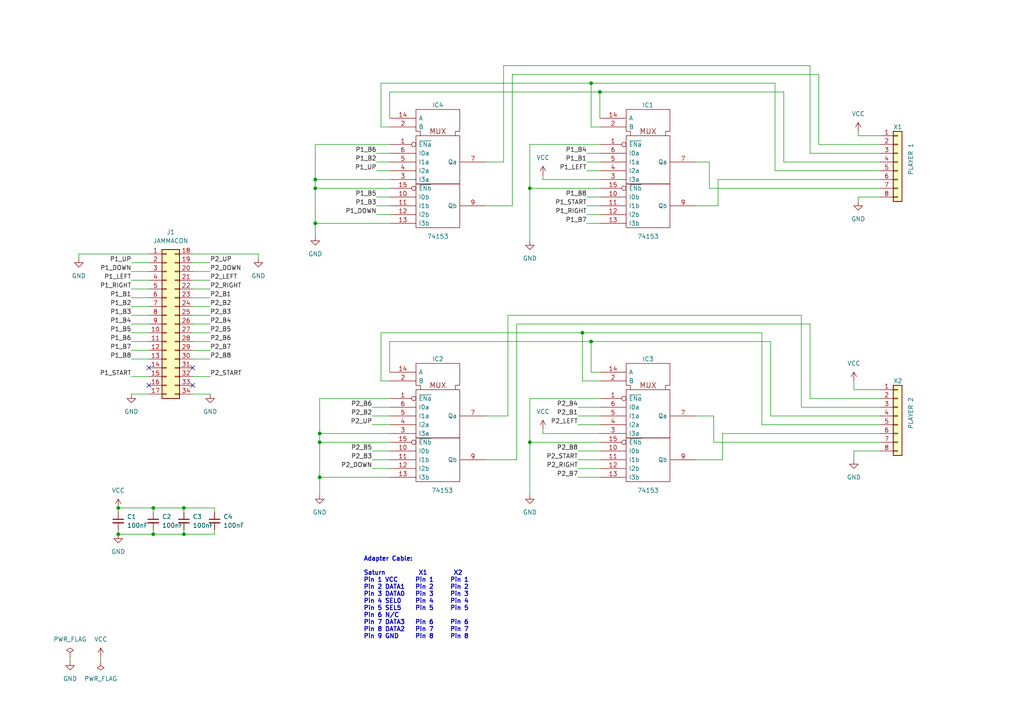
<source format=kicad_sch>
(kicad_sch (version 20211123) (generator eeschema)
  (paper "A4")
  (title_block (title "Jammacon Saturn") (rev "2.2") (company "Shane Kiely"))
  (lib_symbols
    (symbol "74xx_IEEE:74153" (pin_names (offset 0.762))
      (property "Reference" "U" (at 7.62 20.32 0))
      (property "Value" "74153" (at 3.81 -16.51 0))
      (symbol "74153_0_0"
        (rectangle (start -6.35 -2.54) (end 6.35 -15.24))
        (rectangle (start -6.35 11.43) (end 6.35 -2.54))
        (polyline (pts (xy -5.08 11.43) (xy -5.08 12.7) (xy -6.35 12.7) (xy -6.35 19.05) (xy 6.35 19.05) (xy 6.35 12.7) (xy 5.08 12.7) (xy 5.08 11.43) (xy 5.08 11.43)))
        (text "MUX" (at 0 12.7 0) (effects (font (size 1.524 1.524))))
        (pin power_in line (at 5.08 19.05 270) (length 0) hide (name "VCC") (number "16"))
        (pin power_in line (at 0 19.05 270) (length 0) hide (name "GND") (number "8"))
      )
      (symbol "74153_1_1"
        (pin input inverted (at -13.97 8.89 0) (length 7.62) (name "~{ENa}") (number "1"))
        (pin input line (at -13.97 -6.35 0) (length 7.62) (name "I0b") (number "10"))
        (pin input line (at -13.97 -8.89 0) (length 7.62) (name "I1b") (number "11"))
        (pin input line (at -13.97 -11.43 0) (length 7.62) (name "I2b") (number "12"))
        (pin input line (at -13.97 -13.97 0) (length 7.62) (name "I3b") (number "13"))
        (pin input line (at -13.97 16.51 0) (length 7.62) (name "A") (number "14"))
        (pin input inverted (at -13.97 -3.81 0) (length 7.62) (name "~{ENb}") (number "15"))
        (pin input line (at -13.97 13.97 0) (length 7.62) (name "B") (number "2"))
        (pin input line (at -13.97 -1.27 0) (length 7.62) (name "I3a") (number "3"))
        (pin input line (at -13.97 1.27 0) (length 7.62) (name "I2a") (number "4"))
        (pin input line (at -13.97 3.81 0) (length 7.62) (name "I1a") (number "5"))
        (pin input line (at -13.97 6.35 0) (length 7.62) (name "I0a") (number "6"))
        (pin output line (at 13.97 3.81 180) (length 7.62) (name "Qa") (number "7"))
        (pin output line (at 13.97 -8.89 180) (length 7.62) (name "Qb") (number "9"))
      )
    )
    (symbol "Connector_Generic:Conn_01x08" (pin_names (offset 1.016) hide)
      (property "Reference" "J" (at 0 10.16 0))
      (property "Value" "Conn_01x08" (at 0 -12.7 0))
      (symbol "Conn_01x08_1_1"
        (rectangle (start -1.27 -10.033) (end 0 -10.287) (stroke (width 0.1524)))
        (rectangle (start -1.27 -7.493) (end 0 -7.747) (stroke (width 0.1524)))
        (rectangle (start -1.27 -4.953) (end 0 -5.207) (stroke (width 0.1524)))
        (rectangle (start -1.27 -2.413) (end 0 -2.667) (stroke (width 0.1524)))
        (rectangle (start -1.27 0.127) (end 0 -0.127) (stroke (width 0.1524)))
        (rectangle (start -1.27 2.667) (end 0 2.413) (stroke (width 0.1524)))
        (rectangle (start -1.27 5.207) (end 0 4.953) (stroke (width 0.1524)))
        (rectangle (start -1.27 7.747) (end 0 7.493) (stroke (width 0.1524)))
        (rectangle (start -1.27 8.89) (end 1.27 -11.43) (stroke (width 0.254)) (fill (type background)))
        (pin passive line (at -5.08 7.62 0) (length 3.81) (name "Pin_1") (number "1"))
        (pin passive line (at -5.08 5.08 0) (length 3.81) (name "Pin_2") (number "2"))
        (pin passive line (at -5.08 2.54 0) (length 3.81) (name "Pin_3") (number "3"))
        (pin passive line (at -5.08 0 0) (length 3.81) (name "Pin_4") (number "4"))
        (pin passive line (at -5.08 -2.54 0) (length 3.81) (name "Pin_5") (number "5"))
        (pin passive line (at -5.08 -5.08 0) (length 3.81) (name "Pin_6") (number "6"))
        (pin passive line (at -5.08 -7.62 0) (length 3.81) (name "Pin_7") (number "7"))
        (pin passive line (at -5.08 -10.16 0) (length 3.81) (name "Pin_8") (number "8"))
      )
    )
    (symbol "Connector_Generic:Conn_02x17_Top_Bottom" (pin_names (offset 1.016) hide)
      (property "Reference" "J" (at 1.27 22.86 0))
      (property "Value" "Conn_02x17_Top_Bottom" (at 1.27 -22.86 0))
      (symbol "Conn_02x17_Top_Bottom_1_1"
        (rectangle (start -1.27 -20.193) (end 0 -20.447) (stroke (width 0.1524)))
        (rectangle (start -1.27 -17.653) (end 0 -17.907) (stroke (width 0.1524)))
        (rectangle (start -1.27 -15.113) (end 0 -15.367) (stroke (width 0.1524)))
        (rectangle (start -1.27 -12.573) (end 0 -12.827) (stroke (width 0.1524)))
        (rectangle (start -1.27 -10.033) (end 0 -10.287) (stroke (width 0.1524)))
        (rectangle (start -1.27 -7.493) (end 0 -7.747) (stroke (width 0.1524)))
        (rectangle (start -1.27 -4.953) (end 0 -5.207) (stroke (width 0.1524)))
        (rectangle (start -1.27 -2.413) (end 0 -2.667) (stroke (width 0.1524)))
        (rectangle (start -1.27 0.127) (end 0 -0.127) (stroke (width 0.1524)))
        (rectangle (start -1.27 2.667) (end 0 2.413) (stroke (width 0.1524)))
        (rectangle (start -1.27 5.207) (end 0 4.953) (stroke (width 0.1524)))
        (rectangle (start -1.27 7.747) (end 0 7.493) (stroke (width 0.1524)))
        (rectangle (start -1.27 10.287) (end 0 10.033) (stroke (width 0.1524)))
        (rectangle (start -1.27 12.827) (end 0 12.573) (stroke (width 0.1524)))
        (rectangle (start -1.27 15.367) (end 0 15.113) (stroke (width 0.1524)))
        (rectangle (start -1.27 17.907) (end 0 17.653) (stroke (width 0.1524)))
        (rectangle (start -1.27 20.447) (end 0 20.193) (stroke (width 0.1524)))
        (rectangle (start -1.27 21.59) (end 3.81 -21.59) (stroke (width 0.254)) (fill (type background)))
        (rectangle (start 3.81 -20.193) (end 2.54 -20.447) (stroke (width 0.1524)))
        (rectangle (start 3.81 -17.653) (end 2.54 -17.907) (stroke (width 0.1524)))
        (rectangle (start 3.81 -15.113) (end 2.54 -15.367) (stroke (width 0.1524)))
        (rectangle (start 3.81 -12.573) (end 2.54 -12.827) (stroke (width 0.1524)))
        (rectangle (start 3.81 -10.033) (end 2.54 -10.287) (stroke (width 0.1524)))
        (rectangle (start 3.81 -7.493) (end 2.54 -7.747) (stroke (width 0.1524)))
        (rectangle (start 3.81 -4.953) (end 2.54 -5.207) (stroke (width 0.1524)))
        (rectangle (start 3.81 -2.413) (end 2.54 -2.667) (stroke (width 0.1524)))
        (rectangle (start 3.81 0.127) (end 2.54 -0.127) (stroke (width 0.1524)))
        (rectangle (start 3.81 2.667) (end 2.54 2.413) (stroke (width 0.1524)))
        (rectangle (start 3.81 5.207) (end 2.54 4.953) (stroke (width 0.1524)))
        (rectangle (start 3.81 7.747) (end 2.54 7.493) (stroke (width 0.1524)))
        (rectangle (start 3.81 10.287) (end 2.54 10.033) (stroke (width 0.1524)))
        (rectangle (start 3.81 12.827) (end 2.54 12.573) (stroke (width 0.1524)))
        (rectangle (start 3.81 15.367) (end 2.54 15.113) (stroke (width 0.1524)))
        (rectangle (start 3.81 17.907) (end 2.54 17.653) (stroke (width 0.1524)))
        (rectangle (start 3.81 20.447) (end 2.54 20.193) (stroke (width 0.1524)))
        (pin passive line (at -5.08 20.32 0) (length 3.81) (name "Pin_1") (number "1"))
        (pin passive line (at -5.08 -2.54 0) (length 3.81) (name "Pin_10") (number "10"))
        (pin passive line (at -5.08 -5.08 0) (length 3.81) (name "Pin_11") (number "11"))
        (pin passive line (at -5.08 -7.62 0) (length 3.81) (name "Pin_12") (number "12"))
        (pin passive line (at -5.08 -10.16 0) (length 3.81) (name "Pin_13") (number "13"))
        (pin passive line (at -5.08 -12.7 0) (length 3.81) (name "Pin_14") (number "14"))
        (pin passive line (at -5.08 -15.24 0) (length 3.81) (name "Pin_15") (number "15"))
        (pin passive line (at -5.08 -17.78 0) (length 3.81) (name "Pin_16") (number "16"))
        (pin passive line (at -5.08 -20.32 0) (length 3.81) (name "Pin_17") (number "17"))
        (pin passive line (at 7.62 20.32 180) (length 3.81) (name "Pin_18") (number "18"))
        (pin passive line (at 7.62 17.78 180) (length 3.81) (name "Pin_19") (number "19"))
        (pin passive line (at -5.08 17.78 0) (length 3.81) (name "Pin_2") (number "2"))
        (pin passive line (at 7.62 15.24 180) (length 3.81) (name "Pin_20") (number "20"))
        (pin passive line (at 7.62 12.7 180) (length 3.81) (name "Pin_21") (number "21"))
        (pin passive line (at 7.62 10.16 180) (length 3.81) (name "Pin_22") (number "22"))
        (pin passive line (at 7.62 7.62 180) (length 3.81) (name "Pin_23") (number "23"))
        (pin passive line (at 7.62 5.08 180) (length 3.81) (name "Pin_24") (number "24"))
        (pin passive line (at 7.62 2.54 180) (length 3.81) (name "Pin_25") (number "25"))
        (pin passive line (at 7.62 0 180) (length 3.81) (name "Pin_26") (number "26"))
        (pin passive line (at 7.62 -2.54 180) (length 3.81) (name "Pin_27") (number "27"))
        (pin passive line (at 7.62 -5.08 180) (length 3.81) (name "Pin_28") (number "28"))
        (pin passive line (at 7.62 -7.62 180) (length 3.81) (name "Pin_29") (number "29"))
        (pin passive line (at -5.08 15.24 0) (length 3.81) (name "Pin_3") (number "3"))
        (pin passive line (at 7.62 -10.16 180) (length 3.81) (name "Pin_30") (number "30"))
        (pin passive line (at 7.62 -12.7 180) (length 3.81) (name "Pin_31") (number "31"))
        (pin passive line (at 7.62 -15.24 180) (length 3.81) (name "Pin_32") (number "32"))
        (pin passive line (at 7.62 -17.78 180) (length 3.81) (name "Pin_33") (number "33"))
        (pin passive line (at 7.62 -20.32 180) (length 3.81) (name "Pin_34") (number "34"))
        (pin passive line (at -5.08 12.7 0) (length 3.81) (name "Pin_4") (number "4"))
        (pin passive line (at -5.08 10.16 0) (length 3.81) (name "Pin_5") (number "5"))
        (pin passive line (at -5.08 7.62 0) (length 3.81) (name "Pin_6") (number "6"))
        (pin passive line (at -5.08 5.08 0) (length 3.81) (name "Pin_7") (number "7"))
        (pin passive line (at -5.08 2.54 0) (length 3.81) (name "Pin_8") (number "8"))
        (pin passive line (at -5.08 0 0) (length 3.81) (name "Pin_9") (number "9"))
      )
    )
    (symbol "Device:C_Small" (pin_numbers hide) (pin_names (offset 0.254) hide)
      (property "Reference" "C" (at 0.254 1.778 0))
      (property "Value" "C_Small" (at 0.254 -2.032 0))
      (symbol "C_Small_0_1"
        (polyline (pts (xy -1.524 -0.508) (xy 1.524 -0.508)) (stroke (width 0.3302)))
        (polyline (pts (xy -1.524 0.508) (xy 1.524 0.508)) (stroke (width 0.3048)))
      )
      (symbol "C_Small_1_1"
        (pin passive line (at 0 2.54 270) (length 2.032) (name "~") (number "1"))
        (pin passive line (at 0 -2.54 90) (length 2.032) (name "~") (number "2"))
      )
    )
    (symbol "power:GND" (power) (pin_names (offset 0))
      (property "Value" "GND" (at 0 -3.81 0))
      (symbol "GND_0_1"
        (polyline (pts (xy 0 0) (xy 0 -1.27) (xy 1.27 -1.27) (xy 0 -2.54) (xy -1.27 -1.27) (xy 0 -1.27)))
      )
      (symbol "GND_1_1"
        (pin power_in line (at 0 0 270) (length 0) hide (name "GND") (number "1"))
      )
    )
    (symbol "power:PWR_FLAG" (power) (pin_numbers hide) (pin_names (offset 0) hide)
      (property "Value" "PWR_FLAG" (at 0 3.81 0))
      (symbol "PWR_FLAG_0_0"
        (pin power_out line (at 0 0 90) (length 0) (name "pwr") (number "1"))
      )
      (symbol "PWR_FLAG_0_1"
        (polyline (pts (xy 0 0) (xy 0 1.27) (xy -1.016 1.905) (xy 0 2.54) (xy 1.016 1.905) (xy 0 1.27)))
      )
    )
    (symbol "power:VCC" (power) (pin_names (offset 0))
      (property "Value" "VCC" (at 0 3.81 0))
      (symbol "VCC_0_1"
        (polyline (pts (xy -0.762 1.27) (xy 0 2.54)))
        (polyline (pts (xy 0 0) (xy 0 2.54)))
        (polyline (pts (xy 0 2.54) (xy 0.762 1.27)))
      )
      (symbol "VCC_1_1"
        (pin power_in line (at 0 0 90) (length 0) hide (name "VCC") (number "1"))
      )
    )
  )
  (junction (at 91.44 64.77))
  (junction (at 92.71 138.43))
  (junction (at 153.67 54.61))
  (junction (at 53.34 147.32))
  (junction (at 53.34 154.94))
  (junction (at 168.91 96.52))
  (junction (at 92.71 128.27))
  (junction (at 34.29 147.32))
  (junction (at 92.71 125.73))
  (junction (at 153.67 128.27))
  (junction (at 44.45 154.94))
  (junction (at 44.45 147.32))
  (junction (at 34.29 154.94))
  (junction (at 91.44 54.61))
  (junction (at 171.45 24.13))
  (junction (at 173.99 26.67))
  (junction (at 91.44 52.07))
  (junction (at 171.45 99.06))
  (no_connect (at 55.88 106.68))
  (no_connect (at 43.18 106.68))
  (no_connect (at 43.18 111.76))
  (no_connect (at 55.88 111.76))
  (wire (pts (xy 255.27 39.37) (xy 248.92 39.37)))
  (wire (pts (xy 237.49 41.91) (xy 255.27 41.91)))
  (wire (pts (xy 107.95 130.81) (xy 113.03 130.81)))
  (wire (pts (xy 109.22 57.15) (xy 113.03 57.15)))
  (wire (pts (xy 173.99 26.67) (xy 173.99 34.29)))
  (wire (pts (xy 227.33 46.99) (xy 255.27 46.99)))
  (wire (pts (xy 173.99 26.67) (xy 227.33 26.67)))
  (wire (pts (xy 53.34 153.67) (xy 53.34 154.94)))
  (wire (pts (xy 113.03 36.83) (xy 110.49 36.83)))
  (wire (pts (xy 173.99 110.49) (xy 168.91 110.49)))
  (wire (pts (xy 167.64 130.81) (xy 173.99 130.81)))
  (wire (pts (xy 153.67 128.27) (xy 173.99 128.27)))
  (wire (pts (xy 44.45 147.32) (xy 44.45 148.59)))
  (wire (pts (xy 107.95 135.89) (xy 113.03 135.89)))
  (wire (pts (xy 38.1 109.22) (xy 43.18 109.22)))
  (wire (pts (xy 109.22 49.53) (xy 113.03 49.53)))
  (wire (pts (xy 91.44 52.07) (xy 113.03 52.07)))
  (wire (pts (xy 92.71 138.43) (xy 92.71 143.51)))
  (wire (pts (xy 110.49 36.83) (xy 110.49 24.13)))
  (wire (pts (xy 38.1 93.98) (xy 43.18 93.98)))
  (wire (pts (xy 173.99 41.91) (xy 153.67 41.91)))
  (wire (pts (xy 248.92 38.1) (xy 248.92 39.37)))
  (wire (pts (xy 91.44 64.77) (xy 113.03 64.77)))
  (wire (pts (xy 113.03 107.95) (xy 113.03 99.06)))
  (wire (pts (xy 201.93 120.65) (xy 207.01 120.65)))
  (wire (pts (xy 171.45 36.83) (xy 171.45 24.13)))
  (wire (pts (xy 38.1 86.36) (xy 43.18 86.36)))
  (wire (pts (xy 170.18 49.53) (xy 173.99 49.53)))
  (wire (pts (xy 247.65 130.81) (xy 247.65 133.35)))
  (wire (pts (xy 107.95 120.65) (xy 113.03 120.65)))
  (wire (pts (xy 113.03 110.49) (xy 110.49 110.49)))
  (wire (pts (xy 157.48 125.73) (xy 173.99 125.73)))
  (wire (pts (xy 255.27 113.03) (xy 247.65 113.03)))
  (wire (pts (xy 110.49 96.52) (xy 168.91 96.52)))
  (wire (pts (xy 209.55 133.35) (xy 209.55 125.73)))
  (wire (pts (xy 234.95 115.57) (xy 255.27 115.57)))
  (wire (pts (xy 55.88 109.22) (xy 60.96 109.22)))
  (wire (pts (xy 167.64 123.19) (xy 173.99 123.19)))
  (wire (pts (xy 140.97 59.69) (xy 148.59 59.69)))
  (wire (pts (xy 92.71 128.27) (xy 92.71 138.43)))
  (wire (pts (xy 153.67 54.61) (xy 153.67 69.85)))
  (wire (pts (xy 43.18 73.66) (xy 22.86 73.66)))
  (wire (pts (xy 167.64 135.89) (xy 173.99 135.89)))
  (wire (pts (xy 201.93 59.69) (xy 208.28 59.69)))
  (wire (pts (xy 92.71 125.73) (xy 92.71 128.27)))
  (wire (pts (xy 107.95 123.19) (xy 113.03 123.19)))
  (wire (pts (xy 148.59 21.59) (xy 237.49 21.59)))
  (wire (pts (xy 205.74 46.99) (xy 205.74 54.61)))
  (wire (pts (xy 208.28 52.07) (xy 255.27 52.07)))
  (wire (pts (xy 92.71 125.73) (xy 113.03 125.73)))
  (wire (pts (xy 55.88 91.44) (xy 60.96 91.44)))
  (wire (pts (xy 223.52 99.06) (xy 223.52 120.65)))
  (wire (pts (xy 237.49 21.59) (xy 237.49 41.91)))
  (wire (pts (xy 140.97 120.65) (xy 147.32 120.65)))
  (wire (pts (xy 20.32 190.5) (xy 20.32 191.77)))
  (wire (pts (xy 62.23 153.67) (xy 62.23 154.94)))
  (wire (pts (xy 167.64 133.35) (xy 173.99 133.35)))
  (wire (pts (xy 38.1 78.74) (xy 43.18 78.74)))
  (wire (pts (xy 55.88 93.98) (xy 60.96 93.98)))
  (wire (pts (xy 44.45 153.67) (xy 44.45 154.94)))
  (wire (pts (xy 55.88 78.74) (xy 60.96 78.74)))
  (wire (pts (xy 22.86 73.66) (xy 22.86 74.93)))
  (wire (pts (xy 55.88 81.28) (xy 60.96 81.28)))
  (wire (pts (xy 168.91 110.49) (xy 168.91 96.52)))
  (wire (pts (xy 55.88 99.06) (xy 60.96 99.06)))
  (wire (pts (xy 91.44 54.61) (xy 113.03 54.61)))
  (wire (pts (xy 91.44 52.07) (xy 91.44 54.61)))
  (wire (pts (xy 109.22 44.45) (xy 113.03 44.45)))
  (wire (pts (xy 171.45 107.95) (xy 171.45 99.06)))
  (wire (pts (xy 170.18 59.69) (xy 173.99 59.69)))
  (wire (pts (xy 223.52 120.65) (xy 255.27 120.65)))
  (wire (pts (xy 55.88 114.3) (xy 60.96 114.3)))
  (wire (pts (xy 224.79 24.13) (xy 224.79 49.53)))
  (wire (pts (xy 92.71 138.43) (xy 113.03 138.43)))
  (wire (pts (xy 173.99 36.83) (xy 171.45 36.83)))
  (wire (pts (xy 55.88 83.82) (xy 60.96 83.82)))
  (wire (pts (xy 140.97 46.99) (xy 146.05 46.99)))
  (wire (pts (xy 232.41 118.11) (xy 255.27 118.11)))
  (wire (pts (xy 171.45 24.13) (xy 224.79 24.13)))
  (wire (pts (xy 44.45 154.94) (xy 34.29 154.94)))
  (wire (pts (xy 201.93 133.35) (xy 209.55 133.35)))
  (wire (pts (xy 170.18 44.45) (xy 173.99 44.45)))
  (wire (pts (xy 113.03 34.29) (xy 113.03 26.67)))
  (wire (pts (xy 53.34 147.32) (xy 62.23 147.32)))
  (wire (pts (xy 153.67 54.61) (xy 173.99 54.61)))
  (wire (pts (xy 55.88 86.36) (xy 60.96 86.36)))
  (wire (pts (xy 255.27 57.15) (xy 248.92 57.15)))
  (wire (pts (xy 167.64 118.11) (xy 173.99 118.11)))
  (wire (pts (xy 55.88 76.2) (xy 60.96 76.2)))
  (wire (pts (xy 234.95 44.45) (xy 255.27 44.45)))
  (wire (pts (xy 74.93 73.66) (xy 74.93 74.93)))
  (wire (pts (xy 171.45 99.06) (xy 223.52 99.06)))
  (wire (pts (xy 110.49 24.13) (xy 171.45 24.13)))
  (wire (pts (xy 153.67 128.27) (xy 153.67 143.51)))
  (wire (pts (xy 109.22 46.99) (xy 113.03 46.99)))
  (wire (pts (xy 109.22 59.69) (xy 113.03 59.69)))
  (wire (pts (xy 113.03 41.91) (xy 91.44 41.91)))
  (wire (pts (xy 167.64 120.65) (xy 173.99 120.65)))
  (wire (pts (xy 34.29 148.59) (xy 34.29 147.32)))
  (wire (pts (xy 170.18 62.23) (xy 173.99 62.23)))
  (wire (pts (xy 55.88 101.6) (xy 60.96 101.6)))
  (wire (pts (xy 146.05 19.05) (xy 234.95 19.05)))
  (wire (pts (xy 153.67 115.57) (xy 153.67 128.27)))
  (wire (pts (xy 173.99 107.95) (xy 171.45 107.95)))
  (wire (pts (xy 34.29 154.94) (xy 34.29 153.67)))
  (wire (pts (xy 248.92 57.15) (xy 248.92 58.42)))
  (wire (pts (xy 247.65 110.49) (xy 247.65 113.03)))
  (wire (pts (xy 147.32 91.44) (xy 232.41 91.44)))
  (wire (pts (xy 62.23 147.32) (xy 62.23 148.59)))
  (wire (pts (xy 113.03 115.57) (xy 92.71 115.57)))
  (wire (pts (xy 53.34 154.94) (xy 44.45 154.94)))
  (wire (pts (xy 92.71 115.57) (xy 92.71 125.73)))
  (wire (pts (xy 110.49 110.49) (xy 110.49 96.52)))
  (wire (pts (xy 91.44 41.91) (xy 91.44 52.07)))
  (wire (pts (xy 38.1 104.14) (xy 43.18 104.14)))
  (wire (pts (xy 55.88 104.14) (xy 60.96 104.14)))
  (wire (pts (xy 140.97 133.35) (xy 149.86 133.35)))
  (wire (pts (xy 38.1 114.3) (xy 43.18 114.3)))
  (wire (pts (xy 38.1 91.44) (xy 43.18 91.44)))
  (wire (pts (xy 224.79 49.53) (xy 255.27 49.53)))
  (wire (pts (xy 38.1 88.9) (xy 43.18 88.9)))
  (wire (pts (xy 38.1 81.28) (xy 43.18 81.28)))
  (wire (pts (xy 227.33 26.67) (xy 227.33 46.99)))
  (wire (pts (xy 91.44 64.77) (xy 91.44 68.58)))
  (wire (pts (xy 147.32 120.65) (xy 147.32 91.44)))
  (wire (pts (xy 157.48 124.46) (xy 157.48 125.73)))
  (wire (pts (xy 234.95 19.05) (xy 234.95 44.45)))
  (wire (pts (xy 157.48 50.8) (xy 157.48 52.07)))
  (wire (pts (xy 38.1 76.2) (xy 43.18 76.2)))
  (wire (pts (xy 55.88 88.9) (xy 60.96 88.9)))
  (wire (pts (xy 55.88 96.52) (xy 60.96 96.52)))
  (wire (pts (xy 91.44 54.61) (xy 91.44 64.77)))
  (wire (pts (xy 44.45 147.32) (xy 53.34 147.32)))
  (wire (pts (xy 53.34 147.32) (xy 53.34 148.59)))
  (wire (pts (xy 220.98 123.19) (xy 255.27 123.19)))
  (wire (pts (xy 38.1 96.52) (xy 43.18 96.52)))
  (wire (pts (xy 208.28 59.69) (xy 208.28 52.07)))
  (wire (pts (xy 38.1 101.6) (xy 43.18 101.6)))
  (wire (pts (xy 149.86 133.35) (xy 149.86 93.98)))
  (wire (pts (xy 173.99 115.57) (xy 153.67 115.57)))
  (wire (pts (xy 146.05 46.99) (xy 146.05 19.05)))
  (wire (pts (xy 170.18 46.99) (xy 173.99 46.99)))
  (wire (pts (xy 207.01 128.27) (xy 255.27 128.27)))
  (wire (pts (xy 153.67 41.91) (xy 153.67 54.61)))
  (wire (pts (xy 149.86 93.98) (xy 234.95 93.98)))
  (wire (pts (xy 29.21 190.5) (xy 29.21 191.77)))
  (wire (pts (xy 207.01 120.65) (xy 207.01 128.27)))
  (wire (pts (xy 168.91 96.52) (xy 220.98 96.52)))
  (wire (pts (xy 173.99 52.07) (xy 157.48 52.07)))
  (wire (pts (xy 107.95 118.11) (xy 113.03 118.11)))
  (wire (pts (xy 38.1 99.06) (xy 43.18 99.06)))
  (wire (pts (xy 232.41 91.44) (xy 232.41 118.11)))
  (wire (pts (xy 170.18 64.77) (xy 173.99 64.77)))
  (wire (pts (xy 201.93 46.99) (xy 205.74 46.99)))
  (wire (pts (xy 220.98 96.52) (xy 220.98 123.19)))
  (wire (pts (xy 170.18 57.15) (xy 173.99 57.15)))
  (wire (pts (xy 148.59 59.69) (xy 148.59 21.59)))
  (wire (pts (xy 109.22 62.23) (xy 113.03 62.23)))
  (wire (pts (xy 38.1 83.82) (xy 43.18 83.82)))
  (wire (pts (xy 255.27 130.81) (xy 247.65 130.81)))
  (wire (pts (xy 113.03 99.06) (xy 171.45 99.06)))
  (wire (pts (xy 209.55 125.73) (xy 255.27 125.73)))
  (wire (pts (xy 107.95 133.35) (xy 113.03 133.35)))
  (wire (pts (xy 167.64 138.43) (xy 173.99 138.43)))
  (wire (pts (xy 234.95 93.98) (xy 234.95 115.57)))
  (wire (pts (xy 205.74 54.61) (xy 255.27 54.61)))
  (wire (pts (xy 55.88 73.66) (xy 74.93 73.66)))
  (wire (pts (xy 62.23 154.94) (xy 53.34 154.94)))
  (wire (pts (xy 34.29 147.32) (xy 44.45 147.32)))
  (wire (pts (xy 113.03 26.67) (xy 173.99 26.67)))
  (wire (pts (xy 92.71 128.27) (xy 113.03 128.27)))
  (text "Adapter Cable:\n\nSaturn		 X1		 X2	\nPin 1 VCC	Pin 1	Pin 1\nPin 2 DATA1	Pin 2	Pin 2\nPin 3 DATA0	Pin 3	Pin 3\nPin 4 SEL0	Pin 4	Pin 4\nPin 5 SEL5	Pin 5	Pin 5\nPin 6 N/C\nPin 7 DATA3	Pin 6	Pin 6\nPin 8 DATA2	Pin 7	Pin 7\nPin 9 GND	Pin 8	Pin 8" (at 105.41 185.42 0) (effects (font (size 1.27 1.27) (thickness 0.254) bold) (justify left bottom)))
  (label "P2_DOWN" (at 60.96 78.74 0))
  (label "P2_DOWN" (at 107.95 135.89 180))
  (label "P1_LEFT" (at 38.1 81.28 180))
  (label "P1_RIGHT" (at 38.1 83.82 180))
  (label "P1_B6" (at 38.1 99.06 180))
  (label "P2_RIGHT" (at 60.96 83.82 0))
  (label "P2_B4" (at 167.64 118.11 180))
  (label "P2_START" (at 167.64 133.35 180))
  (label "P2_UP" (at 60.96 76.2 0))
  (label "P2_LEFT" (at 167.64 123.19 180))
  (label "P1_B4" (at 170.18 44.45 180))
  (label "P2_B7" (at 167.64 138.43 180))
  (label "P1_B8" (at 38.1 104.14 180))
  (label "P2_B4" (at 60.96 93.98 0))
  (label "P2_B2" (at 107.95 120.65 180))
  (label "P1_DOWN" (at 109.22 62.23 180))
  (label "P1_B3" (at 109.22 59.69 180))
  (label "P1_B2" (at 38.1 88.9 180))
  (label "P2_B5" (at 60.96 96.52 0))
  (label "P1_B7" (at 170.18 64.77 180))
  (label "P2_B1" (at 60.96 86.36 0))
  (label "P1_B7" (at 38.1 101.6 180))
  (label "P2_UP" (at 107.95 123.19 180))
  (label "P2_B2" (at 60.96 88.9 0))
  (label "P1_B4" (at 38.1 93.98 180))
  (label "P2_B1" (at 167.64 120.65 180))
  (label "P1_UP" (at 38.1 76.2 180))
  (label "P1_B3" (at 38.1 91.44 180))
  (label "P2_RIGHT" (at 167.64 135.89 180))
  (label "P2_B3" (at 60.96 91.44 0))
  (label "P1_DOWN" (at 38.1 78.74 180))
  (label "P1_UP" (at 109.22 49.53 180))
  (label "P1_B6" (at 109.22 44.45 180))
  (label "P2_B7" (at 60.96 101.6 0))
  (label "P1_B2" (at 109.22 46.99 180))
  (label "P2_B3" (at 107.95 133.35 180))
  (label "P2_B6" (at 107.95 118.11 180))
  (label "P2_B8" (at 60.96 104.14 0))
  (label "P2_B8" (at 167.64 130.81 180))
  (label "P1_START" (at 38.1 109.22 180))
  (label "P1_B8" (at 170.18 57.15 180))
  (label "P2_B5" (at 107.95 130.81 180))
  (label "P1_B5" (at 38.1 96.52 180))
  (label "P1_B5" (at 109.22 57.15 180))
  (label "P2_B6" (at 60.96 99.06 0))
  (label "P1_B1" (at 170.18 46.99 180))
  (label "P1_RIGHT" (at 170.18 62.23 180))
  (label "P2_START" (at 60.96 109.22 0))
  (label "P1_B1" (at 38.1 86.36 180))
  (label "P1_LEFT" (at 170.18 49.53 180))
  (label "P2_LEFT" (at 60.96 81.28 0))
  (label "P1_START" (at 170.18 59.69 180))
  (symbol (lib_id "power:VCC") (at 29.21 190.5 0) (unit 1)
    (property "Reference" "#PWR02" (effects hide))
    (property "Value" "VCC" (at 29.21 185.42 0))
  )
  (symbol (lib_id "74xx_IEEE:74153") (at 127 124.46 0) (unit 1)
    (property "Reference" "IC2" (at 127 104.14 0))
    (property "Value" "74153" (at 128.27 142.24 0))
  )
  (symbol (lib_id "power:GND") (at 153.67 69.85 0) (unit 1)
    (property "Reference" "#PWR09" (effects hide))
    (property "Value" "GND" (at 153.67 74.93 0))
  )
  (symbol (lib_id "power:GND") (at 20.32 191.77 0) (unit 1)
    (property "Reference" "#PWR01" (effects hide))
    (property "Value" "GND" (at 20.32 196.85 0))
  )
  (symbol (lib_id "Connector_Generic:Conn_01x08") (at 260.35 46.99 0) (unit 1)
    (property "Reference" "X1" (at 259.08 36.83 0) (effects (justify left)))
    (property "Value" "PLAYER 1" (at 264.16 50.8 90) (effects (justify left)))
  )
  (symbol (lib_id "Connector_Generic:Conn_02x17_Top_Bottom") (at 48.26 93.98 0) (unit 1)
    (property "Reference" "J1" (at 49.53 67.31 0))
    (property "Value" "JAMMACON" (at 49.53 69.85 0))
  )
  (symbol (lib_id "Device:C_Small") (at 62.23 151.13 0) (unit 1)
    (property "Reference" "C4" (at 64.77 149.8662 0) (effects (justify left)))
    (property "Value" "100nF" (at 64.77 152.4062 0) (effects (justify left)))
  )
  (symbol (lib_id "power:GND") (at 60.96 114.3 0) (unit 1)
    (property "Reference" "#PWR06" (effects hide))
    (property "Value" "GND" (at 60.96 119.38 0))
  )
  (symbol (lib_id "power:GND") (at 38.1 114.3 0) (unit 1)
    (property "Reference" "#PWR05" (effects hide))
    (property "Value" "GND" (at 38.1 119.38 0))
  )
  (symbol (lib_id "Device:C_Small") (at 44.45 151.13 0) (unit 1)
    (property "Reference" "C2" (at 46.99 149.8662 0) (effects (justify left)))
    (property "Value" "100nF" (at 46.99 152.4062 0) (effects (justify left)))
  )
  (symbol (lib_id "power:PWR_FLAG") (at 20.32 190.5 0) (unit 1)
    (property "Reference" "#FLG01" (effects hide))
    (property "Value" "PWR_FLAG" (at 20.32 185.42 0))
  )
  (symbol (lib_id "power:GND") (at 22.86 74.93 0) (unit 1)
    (property "Reference" "#PWR017" (effects hide))
    (property "Value" "GND" (at 22.86 80.01 0))
  )
  (symbol (lib_id "power:GND") (at 74.93 74.93 0) (unit 1)
    (property "Reference" "#PWR018" (effects hide))
    (property "Value" "GND" (at 74.93 80.01 0))
  )
  (symbol (lib_id "Connector_Generic:Conn_01x08") (at 260.35 120.65 0) (unit 1)
    (property "Reference" "X2" (at 259.08 110.49 0) (effects (justify left)))
    (property "Value" "PLAYER 2" (at 264.16 124.46 90) (effects (justify left)))
  )
  (symbol (lib_id "power:VCC") (at 248.92 38.1 0) (unit 1)
    (property "Reference" "#PWR015" (effects hide))
    (property "Value" "VCC" (at 248.92 33.02 0))
  )
  (symbol (lib_id "power:VCC") (at 34.29 147.32 0) (unit 1)
    (property "Reference" "#PWR03" (effects hide))
    (property "Value" "VCC" (at 34.29 142.24 0))
  )
  (symbol (lib_id "power:GND") (at 91.44 68.58 0) (unit 1)
    (property "Reference" "#PWR07" (effects hide))
    (property "Value" "GND" (at 91.44 73.66 0))
  )
  (symbol (lib_id "power:VCC") (at 247.65 110.49 0) (unit 1)
    (property "Reference" "#PWR013" (effects hide))
    (property "Value" "VCC" (at 247.65 105.41 0))
  )
  (symbol (lib_id "power:VCC") (at 157.48 50.8 0) (unit 1)
    (property "Reference" "#PWR011" (effects hide))
    (property "Value" "VCC" (at 157.48 45.72 0))
  )
  (symbol (lib_id "power:GND") (at 153.67 143.51 0) (unit 1)
    (property "Reference" "#PWR010" (effects hide))
    (property "Value" "GND" (at 153.67 148.59 0))
  )
  (symbol (lib_id "Device:C_Small") (at 53.34 151.13 0) (unit 1)
    (property "Reference" "C3" (at 55.88 149.8662 0) (effects (justify left)))
    (property "Value" "100nF" (at 55.88 152.4062 0) (effects (justify left)))
  )
  (symbol (lib_id "power:PWR_FLAG") (at 29.21 191.77 180) (unit 1)
    (property "Reference" "#FLG02" (effects hide))
    (property "Value" "PWR_FLAG" (at 29.21 196.85 0))
  )
  (symbol (lib_id "power:GND") (at 247.65 133.35 0) (unit 1)
    (property "Reference" "#PWR014" (effects hide))
    (property "Value" "GND" (at 247.65 138.43 0))
  )
  (symbol (lib_id "74xx_IEEE:74153") (at 187.96 124.46 0) (unit 1)
    (property "Reference" "IC3" (at 187.96 104.14 0))
    (property "Value" "74153" (at 187.96 142.24 0))
  )
  (symbol (lib_id "power:GND") (at 248.92 58.42 0) (unit 1)
    (property "Reference" "#PWR016" (effects hide))
    (property "Value" "GND" (at 248.92 63.5 0))
  )
  (symbol (lib_id "power:GND") (at 92.71 143.51 0) (unit 1)
    (property "Reference" "#PWR08" (effects hide))
    (property "Value" "GND" (at 92.71 148.59 0))
  )
  (symbol (lib_id "Device:C_Small") (at 34.29 151.13 0) (unit 1)
    (property "Reference" "C1" (at 36.83 149.8662 0) (effects (justify left)))
    (property "Value" "100nF" (at 36.83 152.4062 0) (effects (justify left)))
  )
  (symbol (lib_id "power:GND") (at 34.29 154.94 0) (unit 1)
    (property "Reference" "#PWR04" (effects hide))
    (property "Value" "GND" (at 34.29 160.02 0))
  )
  (symbol (lib_id "74xx_IEEE:74153") (at 187.96 50.8 0) (unit 1)
    (property "Reference" "IC1" (at 187.96 30.48 0))
    (property "Value" "74153" (at 187.96 68.58 0))
  )
  (symbol (lib_id "power:VCC") (at 157.48 124.46 0) (unit 1)
    (property "Reference" "#PWR012" (effects hide))
    (property "Value" "VCC" (at 157.48 119.38 0))
  )
  (symbol (lib_id "74xx_IEEE:74153") (at 127 50.8 0) (unit 1)
    (property "Reference" "IC4" (at 127 30.48 0))
    (property "Value" "74153" (at 127 68.58 0))
  )
)
</source>
